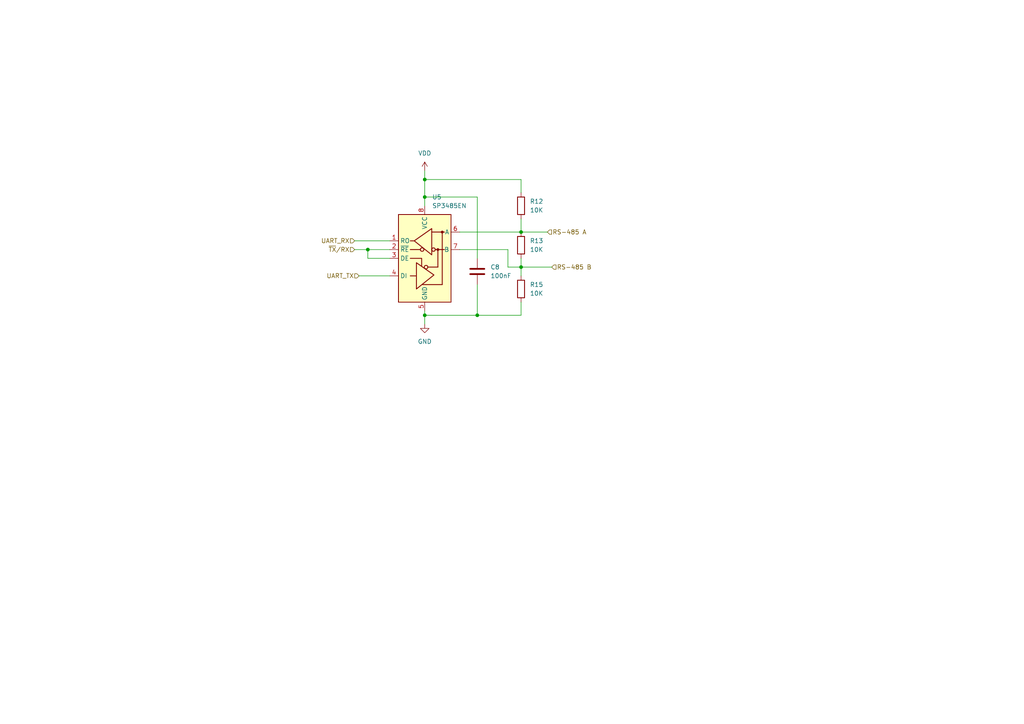
<source format=kicad_sch>
(kicad_sch
	(version 20250114)
	(generator "eeschema")
	(generator_version "9.0")
	(uuid "6ed69b33-84db-41be-ba8a-220e9c255c47")
	(paper "A4")
	(lib_symbols
		(symbol "Device:C"
			(pin_numbers
				(hide yes)
			)
			(pin_names
				(offset 0.254)
			)
			(exclude_from_sim no)
			(in_bom yes)
			(on_board yes)
			(property "Reference" "C"
				(at 0.635 2.54 0)
				(effects
					(font
						(size 1.27 1.27)
					)
					(justify left)
				)
			)
			(property "Value" "C"
				(at 0.635 -2.54 0)
				(effects
					(font
						(size 1.27 1.27)
					)
					(justify left)
				)
			)
			(property "Footprint" ""
				(at 0.9652 -3.81 0)
				(effects
					(font
						(size 1.27 1.27)
					)
					(hide yes)
				)
			)
			(property "Datasheet" "~"
				(at 0 0 0)
				(effects
					(font
						(size 1.27 1.27)
					)
					(hide yes)
				)
			)
			(property "Description" "Unpolarized capacitor"
				(at 0 0 0)
				(effects
					(font
						(size 1.27 1.27)
					)
					(hide yes)
				)
			)
			(property "ki_keywords" "cap capacitor"
				(at 0 0 0)
				(effects
					(font
						(size 1.27 1.27)
					)
					(hide yes)
				)
			)
			(property "ki_fp_filters" "C_*"
				(at 0 0 0)
				(effects
					(font
						(size 1.27 1.27)
					)
					(hide yes)
				)
			)
			(symbol "C_0_1"
				(polyline
					(pts
						(xy -2.032 0.762) (xy 2.032 0.762)
					)
					(stroke
						(width 0.508)
						(type default)
					)
					(fill
						(type none)
					)
				)
				(polyline
					(pts
						(xy -2.032 -0.762) (xy 2.032 -0.762)
					)
					(stroke
						(width 0.508)
						(type default)
					)
					(fill
						(type none)
					)
				)
			)
			(symbol "C_1_1"
				(pin passive line
					(at 0 3.81 270)
					(length 2.794)
					(name "~"
						(effects
							(font
								(size 1.27 1.27)
							)
						)
					)
					(number "1"
						(effects
							(font
								(size 1.27 1.27)
							)
						)
					)
				)
				(pin passive line
					(at 0 -3.81 90)
					(length 2.794)
					(name "~"
						(effects
							(font
								(size 1.27 1.27)
							)
						)
					)
					(number "2"
						(effects
							(font
								(size 1.27 1.27)
							)
						)
					)
				)
			)
			(embedded_fonts no)
		)
		(symbol "Device:R"
			(pin_numbers
				(hide yes)
			)
			(pin_names
				(offset 0)
			)
			(exclude_from_sim no)
			(in_bom yes)
			(on_board yes)
			(property "Reference" "R"
				(at 2.032 0 90)
				(effects
					(font
						(size 1.27 1.27)
					)
				)
			)
			(property "Value" "R"
				(at 0 0 90)
				(effects
					(font
						(size 1.27 1.27)
					)
				)
			)
			(property "Footprint" ""
				(at -1.778 0 90)
				(effects
					(font
						(size 1.27 1.27)
					)
					(hide yes)
				)
			)
			(property "Datasheet" "~"
				(at 0 0 0)
				(effects
					(font
						(size 1.27 1.27)
					)
					(hide yes)
				)
			)
			(property "Description" "Resistor"
				(at 0 0 0)
				(effects
					(font
						(size 1.27 1.27)
					)
					(hide yes)
				)
			)
			(property "ki_keywords" "R res resistor"
				(at 0 0 0)
				(effects
					(font
						(size 1.27 1.27)
					)
					(hide yes)
				)
			)
			(property "ki_fp_filters" "R_*"
				(at 0 0 0)
				(effects
					(font
						(size 1.27 1.27)
					)
					(hide yes)
				)
			)
			(symbol "R_0_1"
				(rectangle
					(start -1.016 -2.54)
					(end 1.016 2.54)
					(stroke
						(width 0.254)
						(type default)
					)
					(fill
						(type none)
					)
				)
			)
			(symbol "R_1_1"
				(pin passive line
					(at 0 3.81 270)
					(length 1.27)
					(name "~"
						(effects
							(font
								(size 1.27 1.27)
							)
						)
					)
					(number "1"
						(effects
							(font
								(size 1.27 1.27)
							)
						)
					)
				)
				(pin passive line
					(at 0 -3.81 90)
					(length 1.27)
					(name "~"
						(effects
							(font
								(size 1.27 1.27)
							)
						)
					)
					(number "2"
						(effects
							(font
								(size 1.27 1.27)
							)
						)
					)
				)
			)
			(embedded_fonts no)
		)
		(symbol "Interface_UART:SP3485EN"
			(exclude_from_sim no)
			(in_bom yes)
			(on_board yes)
			(property "Reference" "U"
				(at -7.62 13.97 0)
				(effects
					(font
						(size 1.27 1.27)
					)
					(justify left)
				)
			)
			(property "Value" "SP3485EN"
				(at 1.905 13.97 0)
				(effects
					(font
						(size 1.27 1.27)
					)
					(justify left)
				)
			)
			(property "Footprint" "Package_SO:SOIC-8_3.9x4.9mm_P1.27mm"
				(at 26.67 -8.89 0)
				(effects
					(font
						(size 1.27 1.27)
						(italic yes)
					)
					(hide yes)
				)
			)
			(property "Datasheet" "http://www.icbase.com/pdf/SPX/SPX00480106.pdf"
				(at 0 0 0)
				(effects
					(font
						(size 1.27 1.27)
					)
					(hide yes)
				)
			)
			(property "Description" "Industrial 3.3V Low Power Half-Duplex RS-485 Transceiver 10Mbps, SOIC-8"
				(at 0 0 0)
				(effects
					(font
						(size 1.27 1.27)
					)
					(hide yes)
				)
			)
			(property "ki_keywords" "Low Power Half-Duplex RS-485 Transceiver 10Mbps"
				(at 0 0 0)
				(effects
					(font
						(size 1.27 1.27)
					)
					(hide yes)
				)
			)
			(property "ki_fp_filters" "SOIC*3.9x4.9mm*P1.27mm*"
				(at 0 0 0)
				(effects
					(font
						(size 1.27 1.27)
					)
					(hide yes)
				)
			)
			(symbol "SP3485EN_0_1"
				(rectangle
					(start -7.62 12.7)
					(end 7.62 -12.7)
					(stroke
						(width 0.254)
						(type default)
					)
					(fill
						(type background)
					)
				)
				(polyline
					(pts
						(xy -4.191 2.54) (xy -1.27 2.54)
					)
					(stroke
						(width 0.254)
						(type default)
					)
					(fill
						(type none)
					)
				)
				(polyline
					(pts
						(xy -4.191 0) (xy -0.889 0) (xy -0.889 -2.286)
					)
					(stroke
						(width 0.254)
						(type default)
					)
					(fill
						(type none)
					)
				)
				(polyline
					(pts
						(xy -3.175 5.08) (xy -4.191 5.08) (xy -4.064 5.08)
					)
					(stroke
						(width 0.254)
						(type default)
					)
					(fill
						(type none)
					)
				)
				(polyline
					(pts
						(xy -2.54 -5.08) (xy -4.191 -5.08)
					)
					(stroke
						(width 0.254)
						(type default)
					)
					(fill
						(type none)
					)
				)
				(polyline
					(pts
						(xy -2.413 -5.08) (xy -2.413 -1.27) (xy 2.667 -4.826) (xy -2.413 -8.89) (xy -2.413 -5.08)
					)
					(stroke
						(width 0.254)
						(type default)
					)
					(fill
						(type none)
					)
				)
				(polyline
					(pts
						(xy -0.635 -7.62) (xy 5.08 -7.62)
					)
					(stroke
						(width 0.254)
						(type default)
					)
					(fill
						(type none)
					)
				)
				(circle
					(center 0.381 -2.54)
					(radius 0.508)
					(stroke
						(width 0.254)
						(type default)
					)
					(fill
						(type none)
					)
				)
				(polyline
					(pts
						(xy 0.889 -2.54) (xy 3.81 -2.54)
					)
					(stroke
						(width 0.254)
						(type default)
					)
					(fill
						(type none)
					)
				)
				(polyline
					(pts
						(xy 2.032 7.62) (xy 5.715 7.62)
					)
					(stroke
						(width 0.254)
						(type default)
					)
					(fill
						(type none)
					)
				)
				(polyline
					(pts
						(xy 3.048 2.54) (xy 5.715 2.54)
					)
					(stroke
						(width 0.254)
						(type default)
					)
					(fill
						(type none)
					)
				)
				(circle
					(center 3.81 2.54)
					(radius 0.2794)
					(stroke
						(width 0.254)
						(type default)
					)
					(fill
						(type outline)
					)
				)
				(polyline
					(pts
						(xy 3.81 -2.54) (xy 3.81 2.54)
					)
					(stroke
						(width 0.254)
						(type default)
					)
					(fill
						(type none)
					)
				)
				(polyline
					(pts
						(xy 5.08 -7.62) (xy 5.08 7.62)
					)
					(stroke
						(width 0.254)
						(type default)
					)
					(fill
						(type none)
					)
				)
			)
			(symbol "SP3485EN_1_1"
				(circle
					(center -0.762 2.54)
					(radius 0.508)
					(stroke
						(width 0.254)
						(type default)
					)
					(fill
						(type none)
					)
				)
				(polyline
					(pts
						(xy 2.032 4.826) (xy 2.032 8.636) (xy -3.048 5.08) (xy 2.032 1.016) (xy 2.032 4.826)
					)
					(stroke
						(width 0.254)
						(type default)
					)
					(fill
						(type none)
					)
				)
				(circle
					(center 2.54 2.54)
					(radius 0.508)
					(stroke
						(width 0.254)
						(type default)
					)
					(fill
						(type none)
					)
				)
				(circle
					(center 5.08 7.62)
					(radius 0.2794)
					(stroke
						(width 0.254)
						(type default)
					)
					(fill
						(type outline)
					)
				)
				(pin output line
					(at -10.16 5.08 0)
					(length 2.54)
					(name "RO"
						(effects
							(font
								(size 1.27 1.27)
							)
						)
					)
					(number "1"
						(effects
							(font
								(size 1.27 1.27)
							)
						)
					)
				)
				(pin input line
					(at -10.16 2.54 0)
					(length 2.54)
					(name "~{RE}"
						(effects
							(font
								(size 1.27 1.27)
							)
						)
					)
					(number "2"
						(effects
							(font
								(size 1.27 1.27)
							)
						)
					)
				)
				(pin input line
					(at -10.16 0 0)
					(length 2.54)
					(name "DE"
						(effects
							(font
								(size 1.27 1.27)
							)
						)
					)
					(number "3"
						(effects
							(font
								(size 1.27 1.27)
							)
						)
					)
				)
				(pin input line
					(at -10.16 -5.08 0)
					(length 2.54)
					(name "DI"
						(effects
							(font
								(size 1.27 1.27)
							)
						)
					)
					(number "4"
						(effects
							(font
								(size 1.27 1.27)
							)
						)
					)
				)
				(pin power_in line
					(at 0 15.24 270)
					(length 2.54)
					(name "VCC"
						(effects
							(font
								(size 1.27 1.27)
							)
						)
					)
					(number "8"
						(effects
							(font
								(size 1.27 1.27)
							)
						)
					)
				)
				(pin power_in line
					(at 0 -15.24 90)
					(length 2.54)
					(name "GND"
						(effects
							(font
								(size 1.27 1.27)
							)
						)
					)
					(number "5"
						(effects
							(font
								(size 1.27 1.27)
							)
						)
					)
				)
				(pin bidirectional line
					(at 10.16 7.62 180)
					(length 2.54)
					(name "A"
						(effects
							(font
								(size 1.27 1.27)
							)
						)
					)
					(number "6"
						(effects
							(font
								(size 1.27 1.27)
							)
						)
					)
				)
				(pin bidirectional line
					(at 10.16 2.54 180)
					(length 2.54)
					(name "B"
						(effects
							(font
								(size 1.27 1.27)
							)
						)
					)
					(number "7"
						(effects
							(font
								(size 1.27 1.27)
							)
						)
					)
				)
			)
			(embedded_fonts no)
		)
		(symbol "power:GND"
			(power)
			(pin_numbers
				(hide yes)
			)
			(pin_names
				(offset 0)
				(hide yes)
			)
			(exclude_from_sim no)
			(in_bom yes)
			(on_board yes)
			(property "Reference" "#PWR"
				(at 0 -6.35 0)
				(effects
					(font
						(size 1.27 1.27)
					)
					(hide yes)
				)
			)
			(property "Value" "GND"
				(at 0 -3.81 0)
				(effects
					(font
						(size 1.27 1.27)
					)
				)
			)
			(property "Footprint" ""
				(at 0 0 0)
				(effects
					(font
						(size 1.27 1.27)
					)
					(hide yes)
				)
			)
			(property "Datasheet" ""
				(at 0 0 0)
				(effects
					(font
						(size 1.27 1.27)
					)
					(hide yes)
				)
			)
			(property "Description" "Power symbol creates a global label with name \"GND\" , ground"
				(at 0 0 0)
				(effects
					(font
						(size 1.27 1.27)
					)
					(hide yes)
				)
			)
			(property "ki_keywords" "global power"
				(at 0 0 0)
				(effects
					(font
						(size 1.27 1.27)
					)
					(hide yes)
				)
			)
			(symbol "GND_0_1"
				(polyline
					(pts
						(xy 0 0) (xy 0 -1.27) (xy 1.27 -1.27) (xy 0 -2.54) (xy -1.27 -1.27) (xy 0 -1.27)
					)
					(stroke
						(width 0)
						(type default)
					)
					(fill
						(type none)
					)
				)
			)
			(symbol "GND_1_1"
				(pin power_in line
					(at 0 0 270)
					(length 0)
					(name "~"
						(effects
							(font
								(size 1.27 1.27)
							)
						)
					)
					(number "1"
						(effects
							(font
								(size 1.27 1.27)
							)
						)
					)
				)
			)
			(embedded_fonts no)
		)
		(symbol "power:VDD"
			(power)
			(pin_numbers
				(hide yes)
			)
			(pin_names
				(offset 0)
				(hide yes)
			)
			(exclude_from_sim no)
			(in_bom yes)
			(on_board yes)
			(property "Reference" "#PWR"
				(at 0 -3.81 0)
				(effects
					(font
						(size 1.27 1.27)
					)
					(hide yes)
				)
			)
			(property "Value" "VDD"
				(at 0 3.556 0)
				(effects
					(font
						(size 1.27 1.27)
					)
				)
			)
			(property "Footprint" ""
				(at 0 0 0)
				(effects
					(font
						(size 1.27 1.27)
					)
					(hide yes)
				)
			)
			(property "Datasheet" ""
				(at 0 0 0)
				(effects
					(font
						(size 1.27 1.27)
					)
					(hide yes)
				)
			)
			(property "Description" "Power symbol creates a global label with name \"VDD\""
				(at 0 0 0)
				(effects
					(font
						(size 1.27 1.27)
					)
					(hide yes)
				)
			)
			(property "ki_keywords" "global power"
				(at 0 0 0)
				(effects
					(font
						(size 1.27 1.27)
					)
					(hide yes)
				)
			)
			(symbol "VDD_0_1"
				(polyline
					(pts
						(xy -0.762 1.27) (xy 0 2.54)
					)
					(stroke
						(width 0)
						(type default)
					)
					(fill
						(type none)
					)
				)
				(polyline
					(pts
						(xy 0 2.54) (xy 0.762 1.27)
					)
					(stroke
						(width 0)
						(type default)
					)
					(fill
						(type none)
					)
				)
				(polyline
					(pts
						(xy 0 0) (xy 0 2.54)
					)
					(stroke
						(width 0)
						(type default)
					)
					(fill
						(type none)
					)
				)
			)
			(symbol "VDD_1_1"
				(pin power_in line
					(at 0 0 90)
					(length 0)
					(name "~"
						(effects
							(font
								(size 1.27 1.27)
							)
						)
					)
					(number "1"
						(effects
							(font
								(size 1.27 1.27)
							)
						)
					)
				)
			)
			(embedded_fonts no)
		)
	)
	(junction
		(at 123.19 52.07)
		(diameter 0)
		(color 0 0 0 0)
		(uuid "028b63e3-78db-4988-bd3e-0c1ebb6444ba")
	)
	(junction
		(at 151.13 77.47)
		(diameter 0)
		(color 0 0 0 0)
		(uuid "0b4839f6-32ab-4229-88cf-4e1b85cd652c")
	)
	(junction
		(at 151.13 67.31)
		(diameter 0)
		(color 0 0 0 0)
		(uuid "29efd063-cb39-4eab-af23-46a43dde0c6a")
	)
	(junction
		(at 123.19 57.15)
		(diameter 0)
		(color 0 0 0 0)
		(uuid "6c88863c-b94d-4931-a6ed-3c6b13c23027")
	)
	(junction
		(at 138.43 91.44)
		(diameter 0)
		(color 0 0 0 0)
		(uuid "942c70c8-771b-40dd-bd1d-93e586070f10")
	)
	(junction
		(at 106.68 72.39)
		(diameter 0)
		(color 0 0 0 0)
		(uuid "bceb1bf2-6a44-4303-9abf-02411d608027")
	)
	(junction
		(at 123.19 91.44)
		(diameter 0)
		(color 0 0 0 0)
		(uuid "bfaa9fe5-1a1a-4f0f-b2e6-a7705f1fba1c")
	)
	(wire
		(pts
			(xy 138.43 82.55) (xy 138.43 91.44)
		)
		(stroke
			(width 0)
			(type default)
		)
		(uuid "026eda3a-bf80-4fba-837a-a6bf67cc77c4")
	)
	(wire
		(pts
			(xy 123.19 90.17) (xy 123.19 91.44)
		)
		(stroke
			(width 0)
			(type default)
		)
		(uuid "0435fff1-a51c-4f02-8081-2739b8e0e1a0")
	)
	(wire
		(pts
			(xy 123.19 49.53) (xy 123.19 52.07)
		)
		(stroke
			(width 0)
			(type default)
		)
		(uuid "1d25ee8f-ef3d-499a-b291-452a938c1fac")
	)
	(wire
		(pts
			(xy 133.35 67.31) (xy 151.13 67.31)
		)
		(stroke
			(width 0)
			(type default)
		)
		(uuid "20031d8c-ceca-4639-b409-46cb57a72608")
	)
	(wire
		(pts
			(xy 147.32 72.39) (xy 147.32 77.47)
		)
		(stroke
			(width 0)
			(type default)
		)
		(uuid "20906583-968e-4a78-8f09-be0faaff13b6")
	)
	(wire
		(pts
			(xy 106.68 72.39) (xy 113.03 72.39)
		)
		(stroke
			(width 0)
			(type default)
		)
		(uuid "2581bca2-10c5-4d37-8e0d-7247bc1b838c")
	)
	(wire
		(pts
			(xy 133.35 72.39) (xy 147.32 72.39)
		)
		(stroke
			(width 0)
			(type default)
		)
		(uuid "29145322-83cf-475f-a603-d98fa08511e2")
	)
	(wire
		(pts
			(xy 138.43 91.44) (xy 123.19 91.44)
		)
		(stroke
			(width 0)
			(type default)
		)
		(uuid "408de9b8-b58a-4d6a-8c5b-0cbc33027a16")
	)
	(wire
		(pts
			(xy 113.03 74.93) (xy 106.68 74.93)
		)
		(stroke
			(width 0)
			(type default)
		)
		(uuid "409ad8c4-1560-43c4-9ddf-e2a76e8f4ea4")
	)
	(wire
		(pts
			(xy 104.14 80.01) (xy 113.03 80.01)
		)
		(stroke
			(width 0)
			(type default)
		)
		(uuid "4ed8efdb-683b-45c3-aff2-8ba2aadba6df")
	)
	(wire
		(pts
			(xy 123.19 52.07) (xy 123.19 57.15)
		)
		(stroke
			(width 0)
			(type default)
		)
		(uuid "5b36cf33-edd9-4080-a8f2-cedcace07ba0")
	)
	(wire
		(pts
			(xy 151.13 91.44) (xy 138.43 91.44)
		)
		(stroke
			(width 0)
			(type default)
		)
		(uuid "783acf9a-f0ed-4980-9359-c92e477b0eb5")
	)
	(wire
		(pts
			(xy 102.87 72.39) (xy 106.68 72.39)
		)
		(stroke
			(width 0)
			(type default)
		)
		(uuid "79e64dd3-f7e6-4ae8-a3fc-c7d17c8d8257")
	)
	(wire
		(pts
			(xy 151.13 55.88) (xy 151.13 52.07)
		)
		(stroke
			(width 0)
			(type default)
		)
		(uuid "8ff156e3-9de0-48ca-9991-d83477adf0d5")
	)
	(wire
		(pts
			(xy 151.13 52.07) (xy 123.19 52.07)
		)
		(stroke
			(width 0)
			(type default)
		)
		(uuid "929392e7-2c2a-4c1e-a8c4-afc28159ceb6")
	)
	(wire
		(pts
			(xy 102.87 69.85) (xy 113.03 69.85)
		)
		(stroke
			(width 0)
			(type default)
		)
		(uuid "93c439a9-6189-4774-936c-cffeee8732ee")
	)
	(wire
		(pts
			(xy 151.13 74.93) (xy 151.13 77.47)
		)
		(stroke
			(width 0)
			(type default)
		)
		(uuid "940f462a-5757-4e6f-8016-9e3f3f19b0c5")
	)
	(wire
		(pts
			(xy 106.68 74.93) (xy 106.68 72.39)
		)
		(stroke
			(width 0)
			(type default)
		)
		(uuid "9e0e8872-9281-412b-b64e-0d24703b96b9")
	)
	(wire
		(pts
			(xy 138.43 74.93) (xy 138.43 57.15)
		)
		(stroke
			(width 0)
			(type default)
		)
		(uuid "b140da39-d17b-4eae-85ab-687b5a6b5e0b")
	)
	(wire
		(pts
			(xy 123.19 91.44) (xy 123.19 93.98)
		)
		(stroke
			(width 0)
			(type default)
		)
		(uuid "be018797-a5e9-48fa-9091-732c105e0025")
	)
	(wire
		(pts
			(xy 147.32 77.47) (xy 151.13 77.47)
		)
		(stroke
			(width 0)
			(type default)
		)
		(uuid "c117a516-161e-4209-aca5-10232845120e")
	)
	(wire
		(pts
			(xy 151.13 77.47) (xy 160.02 77.47)
		)
		(stroke
			(width 0)
			(type default)
		)
		(uuid "c1d61ec2-354e-455a-b517-2ce5bfcbbbb7")
	)
	(wire
		(pts
			(xy 151.13 63.5) (xy 151.13 67.31)
		)
		(stroke
			(width 0)
			(type default)
		)
		(uuid "dd8ad8ed-2e97-4996-af34-fd38f6047335")
	)
	(wire
		(pts
			(xy 123.19 57.15) (xy 123.19 59.69)
		)
		(stroke
			(width 0)
			(type default)
		)
		(uuid "de73b6b0-06e5-4723-94e9-2917a1c93a9b")
	)
	(wire
		(pts
			(xy 151.13 77.47) (xy 151.13 80.01)
		)
		(stroke
			(width 0)
			(type default)
		)
		(uuid "e1fb0b62-1cde-47b4-a1c3-84c750bab272")
	)
	(wire
		(pts
			(xy 123.19 57.15) (xy 138.43 57.15)
		)
		(stroke
			(width 0)
			(type default)
		)
		(uuid "ea209a6e-7a7d-47c2-87e4-93384d3078c8")
	)
	(wire
		(pts
			(xy 151.13 67.31) (xy 158.75 67.31)
		)
		(stroke
			(width 0)
			(type default)
		)
		(uuid "eac2f622-d6d5-410d-87f5-fc79160ac88e")
	)
	(wire
		(pts
			(xy 151.13 87.63) (xy 151.13 91.44)
		)
		(stroke
			(width 0)
			(type default)
		)
		(uuid "fcaa2426-e635-455d-a8e4-bead51625918")
	)
	(hierarchical_label "~{TX}{slash}RX"
		(shape input)
		(at 102.87 72.39 180)
		(effects
			(font
				(size 1.27 1.27)
			)
			(justify right)
		)
		(uuid "1d29602d-c77c-406e-9b2b-00d565a85fd4")
	)
	(hierarchical_label "RS-485 B"
		(shape input)
		(at 160.02 77.47 0)
		(effects
			(font
				(size 1.27 1.27)
			)
			(justify left)
		)
		(uuid "34123a16-3c06-4533-80c1-b54ab2077bed")
	)
	(hierarchical_label "UART_RX"
		(shape input)
		(at 102.87 69.85 180)
		(effects
			(font
				(size 1.27 1.27)
			)
			(justify right)
		)
		(uuid "7167c07b-ec88-4221-82e7-cae215f24dc4")
	)
	(hierarchical_label "RS-485 A"
		(shape input)
		(at 158.75 67.31 0)
		(effects
			(font
				(size 1.27 1.27)
			)
			(justify left)
		)
		(uuid "84813656-4665-404f-8b11-259660571f42")
	)
	(hierarchical_label "UART_TX"
		(shape input)
		(at 104.14 80.01 180)
		(effects
			(font
				(size 1.27 1.27)
			)
			(justify right)
		)
		(uuid "a6c3fd8e-dbba-4016-b04a-e3185861e484")
	)
	(symbol
		(lib_id "power:GND")
		(at 123.19 93.98 0)
		(unit 1)
		(exclude_from_sim no)
		(in_bom yes)
		(on_board yes)
		(dnp no)
		(fields_autoplaced yes)
		(uuid "009a3eff-2c70-4837-8cc0-bca30b91250b")
		(property "Reference" "#PWR017"
			(at 123.19 100.33 0)
			(effects
				(font
					(size 1.27 1.27)
				)
				(hide yes)
			)
		)
		(property "Value" "GND"
			(at 123.19 99.06 0)
			(effects
				(font
					(size 1.27 1.27)
				)
			)
		)
		(property "Footprint" ""
			(at 123.19 93.98 0)
			(effects
				(font
					(size 1.27 1.27)
				)
				(hide yes)
			)
		)
		(property "Datasheet" ""
			(at 123.19 93.98 0)
			(effects
				(font
					(size 1.27 1.27)
				)
				(hide yes)
			)
		)
		(property "Description" "Power symbol creates a global label with name \"GND\" , ground"
			(at 123.19 93.98 0)
			(effects
				(font
					(size 1.27 1.27)
				)
				(hide yes)
			)
		)
		(pin "1"
			(uuid "3bb430a6-f790-4690-8435-ca061af5764c")
		)
		(instances
			(project ""
				(path "/3316800a-fcca-41ca-9023-20b291ea5b86/c0cd373c-de7c-400a-b964-13d674a357ce/d14a097e-4604-4e3c-a466-5e4b8c3214ba"
					(reference "#PWR017")
					(unit 1)
				)
			)
		)
	)
	(symbol
		(lib_id "Device:R")
		(at 151.13 83.82 0)
		(unit 1)
		(exclude_from_sim no)
		(in_bom yes)
		(on_board yes)
		(dnp no)
		(fields_autoplaced yes)
		(uuid "230e835e-1d7e-4a51-bcf1-7832a43f9c53")
		(property "Reference" "R15"
			(at 153.67 82.5499 0)
			(effects
				(font
					(size 1.27 1.27)
				)
				(justify left)
			)
		)
		(property "Value" "10K"
			(at 153.67 85.0899 0)
			(effects
				(font
					(size 1.27 1.27)
				)
				(justify left)
			)
		)
		(property "Footprint" ""
			(at 149.352 83.82 90)
			(effects
				(font
					(size 1.27 1.27)
				)
				(hide yes)
			)
		)
		(property "Datasheet" "~"
			(at 151.13 83.82 0)
			(effects
				(font
					(size 1.27 1.27)
				)
				(hide yes)
			)
		)
		(property "Description" "Resistor"
			(at 151.13 83.82 0)
			(effects
				(font
					(size 1.27 1.27)
				)
				(hide yes)
			)
		)
		(pin "2"
			(uuid "b594895c-2c04-4492-abaf-05c5854fcb16")
		)
		(pin "1"
			(uuid "f7094436-6e14-4e5c-91e1-99c591a9b315")
		)
		(instances
			(project "NIVARA"
				(path "/3316800a-fcca-41ca-9023-20b291ea5b86/c0cd373c-de7c-400a-b964-13d674a357ce/d14a097e-4604-4e3c-a466-5e4b8c3214ba"
					(reference "R15")
					(unit 1)
				)
			)
		)
	)
	(symbol
		(lib_id "Device:R")
		(at 151.13 59.69 0)
		(unit 1)
		(exclude_from_sim no)
		(in_bom yes)
		(on_board yes)
		(dnp no)
		(fields_autoplaced yes)
		(uuid "74ce6a91-65d4-4881-a368-0ec303c17612")
		(property "Reference" "R12"
			(at 153.67 58.4199 0)
			(effects
				(font
					(size 1.27 1.27)
				)
				(justify left)
			)
		)
		(property "Value" "10K"
			(at 153.67 60.9599 0)
			(effects
				(font
					(size 1.27 1.27)
				)
				(justify left)
			)
		)
		(property "Footprint" ""
			(at 149.352 59.69 90)
			(effects
				(font
					(size 1.27 1.27)
				)
				(hide yes)
			)
		)
		(property "Datasheet" "~"
			(at 151.13 59.69 0)
			(effects
				(font
					(size 1.27 1.27)
				)
				(hide yes)
			)
		)
		(property "Description" "Resistor"
			(at 151.13 59.69 0)
			(effects
				(font
					(size 1.27 1.27)
				)
				(hide yes)
			)
		)
		(pin "2"
			(uuid "2361e4ee-b80c-4b47-b35d-92c2d880641a")
		)
		(pin "1"
			(uuid "dd55859e-0f30-4018-be03-5bf1f7a3542c")
		)
		(instances
			(project ""
				(path "/3316800a-fcca-41ca-9023-20b291ea5b86/c0cd373c-de7c-400a-b964-13d674a357ce/d14a097e-4604-4e3c-a466-5e4b8c3214ba"
					(reference "R12")
					(unit 1)
				)
			)
		)
	)
	(symbol
		(lib_id "Device:C")
		(at 138.43 78.74 0)
		(unit 1)
		(exclude_from_sim no)
		(in_bom yes)
		(on_board yes)
		(dnp no)
		(fields_autoplaced yes)
		(uuid "9f8404cc-9344-4683-8493-36a9e94ca773")
		(property "Reference" "C8"
			(at 142.24 77.4699 0)
			(effects
				(font
					(size 1.27 1.27)
				)
				(justify left)
			)
		)
		(property "Value" "100nF"
			(at 142.24 80.0099 0)
			(effects
				(font
					(size 1.27 1.27)
				)
				(justify left)
			)
		)
		(property "Footprint" "Capacitor_SMD:C_0201_0603Metric"
			(at 139.3952 82.55 0)
			(effects
				(font
					(size 1.27 1.27)
				)
				(hide yes)
			)
		)
		(property "Datasheet" "~"
			(at 138.43 78.74 0)
			(effects
				(font
					(size 1.27 1.27)
				)
				(hide yes)
			)
		)
		(property "Description" "Unpolarized capacitor"
			(at 138.43 78.74 0)
			(effects
				(font
					(size 1.27 1.27)
				)
				(hide yes)
			)
		)
		(pin "2"
			(uuid "b88a833a-7c4c-41d8-a864-32bd029ce01c")
		)
		(pin "1"
			(uuid "b16c5ff0-13cc-4618-b090-ead418905ebf")
		)
		(instances
			(project "NIVARA"
				(path "/3316800a-fcca-41ca-9023-20b291ea5b86/c0cd373c-de7c-400a-b964-13d674a357ce/d14a097e-4604-4e3c-a466-5e4b8c3214ba"
					(reference "C8")
					(unit 1)
				)
			)
		)
	)
	(symbol
		(lib_id "power:VDD")
		(at 123.19 49.53 0)
		(unit 1)
		(exclude_from_sim no)
		(in_bom yes)
		(on_board yes)
		(dnp no)
		(fields_autoplaced yes)
		(uuid "ab747c5a-9ac9-4047-bb37-42ffe335dfbb")
		(property "Reference" "#PWR016"
			(at 123.19 53.34 0)
			(effects
				(font
					(size 1.27 1.27)
				)
				(hide yes)
			)
		)
		(property "Value" "VDD"
			(at 123.19 44.45 0)
			(effects
				(font
					(size 1.27 1.27)
				)
			)
		)
		(property "Footprint" ""
			(at 123.19 49.53 0)
			(effects
				(font
					(size 1.27 1.27)
				)
				(hide yes)
			)
		)
		(property "Datasheet" ""
			(at 123.19 49.53 0)
			(effects
				(font
					(size 1.27 1.27)
				)
				(hide yes)
			)
		)
		(property "Description" "Power symbol creates a global label with name \"VDD\""
			(at 123.19 49.53 0)
			(effects
				(font
					(size 1.27 1.27)
				)
				(hide yes)
			)
		)
		(pin "1"
			(uuid "d60ccdee-1a96-46d7-935a-15de13fba409")
		)
		(instances
			(project ""
				(path "/3316800a-fcca-41ca-9023-20b291ea5b86/c0cd373c-de7c-400a-b964-13d674a357ce/d14a097e-4604-4e3c-a466-5e4b8c3214ba"
					(reference "#PWR016")
					(unit 1)
				)
			)
		)
	)
	(symbol
		(lib_id "Device:R")
		(at 151.13 71.12 0)
		(unit 1)
		(exclude_from_sim no)
		(in_bom yes)
		(on_board yes)
		(dnp no)
		(fields_autoplaced yes)
		(uuid "ccc4c270-1402-4b1d-ac52-a0299ea5b36e")
		(property "Reference" "R13"
			(at 153.67 69.8499 0)
			(effects
				(font
					(size 1.27 1.27)
				)
				(justify left)
			)
		)
		(property "Value" "10K"
			(at 153.67 72.3899 0)
			(effects
				(font
					(size 1.27 1.27)
				)
				(justify left)
			)
		)
		(property "Footprint" ""
			(at 149.352 71.12 90)
			(effects
				(font
					(size 1.27 1.27)
				)
				(hide yes)
			)
		)
		(property "Datasheet" "~"
			(at 151.13 71.12 0)
			(effects
				(font
					(size 1.27 1.27)
				)
				(hide yes)
			)
		)
		(property "Description" "Resistor"
			(at 151.13 71.12 0)
			(effects
				(font
					(size 1.27 1.27)
				)
				(hide yes)
			)
		)
		(pin "2"
			(uuid "32b5e297-4efb-4a18-b1f0-89d926089cbd")
		)
		(pin "1"
			(uuid "01268205-e852-4b4d-9cec-2413c94e7fab")
		)
		(instances
			(project "NIVARA"
				(path "/3316800a-fcca-41ca-9023-20b291ea5b86/c0cd373c-de7c-400a-b964-13d674a357ce/d14a097e-4604-4e3c-a466-5e4b8c3214ba"
					(reference "R13")
					(unit 1)
				)
			)
		)
	)
	(symbol
		(lib_id "Interface_UART:SP3485EN")
		(at 123.19 74.93 0)
		(unit 1)
		(exclude_from_sim no)
		(in_bom yes)
		(on_board yes)
		(dnp no)
		(fields_autoplaced yes)
		(uuid "f158250e-3051-4b3c-92df-9d4bc9b2dde4")
		(property "Reference" "U5"
			(at 125.3333 57.15 0)
			(effects
				(font
					(size 1.27 1.27)
				)
				(justify left)
			)
		)
		(property "Value" "SP3485EN"
			(at 125.3333 59.69 0)
			(effects
				(font
					(size 1.27 1.27)
				)
				(justify left)
			)
		)
		(property "Footprint" "Package_SO:SOIC-8_3.9x4.9mm_P1.27mm"
			(at 149.86 83.82 0)
			(effects
				(font
					(size 1.27 1.27)
					(italic yes)
				)
				(hide yes)
			)
		)
		(property "Datasheet" "http://www.icbase.com/pdf/SPX/SPX00480106.pdf"
			(at 123.19 74.93 0)
			(effects
				(font
					(size 1.27 1.27)
				)
				(hide yes)
			)
		)
		(property "Description" "Industrial 3.3V Low Power Half-Duplex RS-485 Transceiver 10Mbps, SOIC-8"
			(at 123.19 74.93 0)
			(effects
				(font
					(size 1.27 1.27)
				)
				(hide yes)
			)
		)
		(pin "3"
			(uuid "c3f16f0c-6891-4484-9fe7-b1f4593a89a0")
		)
		(pin "4"
			(uuid "3227dfe4-23f4-4cc6-a2ae-49fe3aab3ab2")
		)
		(pin "7"
			(uuid "92a04b11-9a37-4d10-b40e-f3b6320bf268")
		)
		(pin "2"
			(uuid "6b8bc7bc-7208-4a43-8fe3-d7c8db348a91")
		)
		(pin "5"
			(uuid "78fdc81c-9b00-4f3c-9713-a5eb8c7a2961")
		)
		(pin "8"
			(uuid "c266d72f-af2c-4cb3-8a4e-b8c4d329c97b")
		)
		(pin "6"
			(uuid "eac6280d-e40f-4a2a-b30c-a12278142b09")
		)
		(pin "1"
			(uuid "0c852fe3-f457-4292-847e-6424aaf6b56d")
		)
		(instances
			(project "NIVARA"
				(path "/3316800a-fcca-41ca-9023-20b291ea5b86/c0cd373c-de7c-400a-b964-13d674a357ce/d14a097e-4604-4e3c-a466-5e4b8c3214ba"
					(reference "U5")
					(unit 1)
				)
			)
		)
	)
)

</source>
